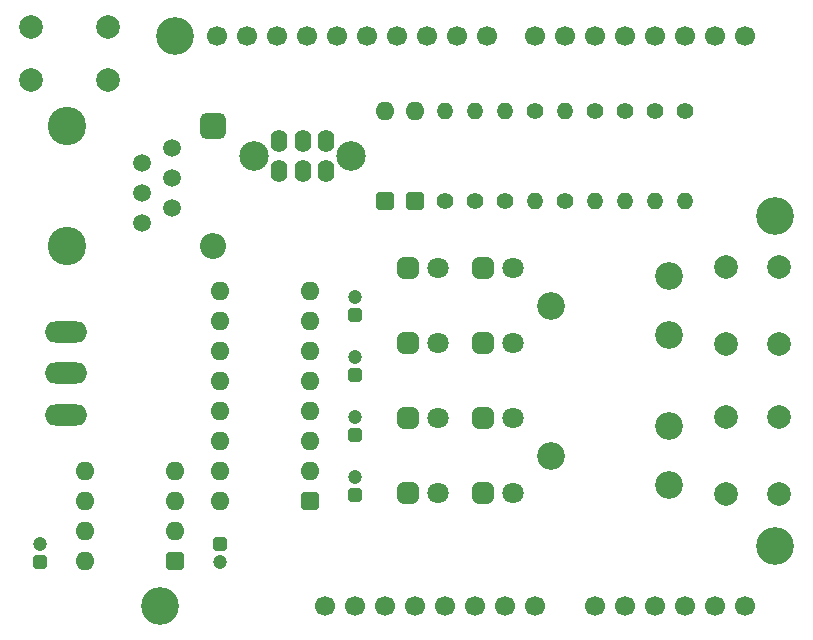
<source format=gbr>
%TF.GenerationSoftware,KiCad,Pcbnew,7.0.1*%
%TF.CreationDate,2023-12-28T10:00:38-05:00*%
%TF.ProjectId,ModbusRTU-Test-Shield,4d6f6462-7573-4525-9455-2d546573742d,0.0.2*%
%TF.SameCoordinates,PX6486dd0PY8062360*%
%TF.FileFunction,Soldermask,Top*%
%TF.FilePolarity,Negative*%
%FSLAX46Y46*%
G04 Gerber Fmt 4.6, Leading zero omitted, Abs format (unit mm)*
G04 Created by KiCad (PCBNEW 7.0.1) date 2023-12-28 10:00:38*
%MOMM*%
%LPD*%
G01*
G04 APERTURE LIST*
G04 Aperture macros list*
%AMRoundRect*
0 Rectangle with rounded corners*
0 $1 Rounding radius*
0 $2 $3 $4 $5 $6 $7 $8 $9 X,Y pos of 4 corners*
0 Add a 4 corners polygon primitive as box body*
4,1,4,$2,$3,$4,$5,$6,$7,$8,$9,$2,$3,0*
0 Add four circle primitives for the rounded corners*
1,1,$1+$1,$2,$3*
1,1,$1+$1,$4,$5*
1,1,$1+$1,$6,$7*
1,1,$1+$1,$8,$9*
0 Add four rect primitives between the rounded corners*
20,1,$1+$1,$2,$3,$4,$5,0*
20,1,$1+$1,$4,$5,$6,$7,0*
20,1,$1+$1,$6,$7,$8,$9,0*
20,1,$1+$1,$8,$9,$2,$3,0*%
G04 Aperture macros list end*
%ADD10C,2.500000*%
%ADD11O,1.400000X1.900000*%
%ADD12C,1.700000*%
%ADD13RoundRect,0.300000X-0.300000X0.300000X-0.300000X-0.300000X0.300000X-0.300000X0.300000X0.300000X0*%
%ADD14C,1.200000*%
%ADD15RoundRect,0.300000X0.300000X-0.300000X0.300000X0.300000X-0.300000X0.300000X-0.300000X-0.300000X0*%
%ADD16C,2.000000*%
%ADD17RoundRect,0.450000X-0.450000X-0.450000X0.450000X-0.450000X0.450000X0.450000X-0.450000X0.450000X0*%
%ADD18C,1.800000*%
%ADD19C,1.400000*%
%ADD20O,1.400000X1.400000*%
%ADD21RoundRect,0.400000X0.400000X0.400000X-0.400000X0.400000X-0.400000X-0.400000X0.400000X-0.400000X0*%
%ADD22O,1.600000X1.600000*%
%ADD23RoundRect,0.400000X0.400000X-0.400000X0.400000X0.400000X-0.400000X0.400000X-0.400000X-0.400000X0*%
%ADD24O,3.600000X1.800000*%
%ADD25C,3.200000*%
%ADD26C,2.340000*%
%ADD27RoundRect,0.550000X-0.550000X0.550000X-0.550000X-0.550000X0.550000X-0.550000X0.550000X0.550000X0*%
%ADD28O,2.200000X2.200000*%
%ADD29C,3.250000*%
%ADD30C,1.520000*%
G04 APERTURE END LIST*
D10*
%TO.C,SW4*%
X21935000Y40640000D03*
X30135000Y40640000D03*
D11*
X24035000Y41890000D03*
X26035000Y41890000D03*
X28035000Y41890000D03*
X24035000Y39390000D03*
X26035000Y39390000D03*
X28035000Y39390000D03*
%TD*%
D12*
%TO.C,J3*%
X27940000Y2540000D03*
X30480000Y2540000D03*
X33020000Y2540000D03*
X35560000Y2540000D03*
X38100000Y2540000D03*
X40640000Y2540000D03*
X43180000Y2540000D03*
X45720000Y2540000D03*
%TD*%
%TO.C,J4*%
X50800000Y2540000D03*
X53340000Y2540000D03*
X55880000Y2540000D03*
X58420000Y2540000D03*
X60960000Y2540000D03*
X63500000Y2540000D03*
%TD*%
%TO.C,J2*%
X41656000Y50800000D03*
X39116000Y50800000D03*
X36576000Y50800000D03*
X34036000Y50800000D03*
X31496000Y50800000D03*
X28956000Y50800000D03*
X26416000Y50800000D03*
X23876000Y50800000D03*
X21336000Y50800000D03*
X18796000Y50800000D03*
%TD*%
%TO.C,J1*%
X63500000Y50800000D03*
X60960000Y50800000D03*
X58420000Y50800000D03*
X55880000Y50800000D03*
X53340000Y50800000D03*
X50800000Y50800000D03*
X48260000Y50800000D03*
X45720000Y50800000D03*
%TD*%
D13*
%TO.C,C2*%
X19050000Y7735000D03*
D14*
X19050000Y6235000D03*
%TD*%
D15*
%TO.C,C4*%
X30480000Y11950000D03*
D14*
X30480000Y13450000D03*
%TD*%
D16*
%TO.C,SW1*%
X61885000Y11990000D03*
X61885000Y18490000D03*
X66385000Y11990000D03*
X66385000Y18490000D03*
%TD*%
%TO.C,SW2*%
X61885000Y24690000D03*
X61885000Y31190000D03*
X66385000Y24690000D03*
X66385000Y31190000D03*
%TD*%
D17*
%TO.C,D5*%
X34925000Y12065000D03*
D18*
X37465000Y12065000D03*
%TD*%
D17*
%TO.C,D6*%
X34925000Y18415000D03*
D18*
X37465000Y18415000D03*
%TD*%
D19*
%TO.C,R2*%
X55880000Y44450000D03*
D20*
X55880000Y36830000D03*
%TD*%
D21*
%TO.C,U1*%
X15240000Y6350000D03*
D22*
X15240000Y8890000D03*
X15240000Y11430000D03*
X15240000Y13970000D03*
X7620000Y13970000D03*
X7620000Y11430000D03*
X7620000Y8890000D03*
X7620000Y6350000D03*
%TD*%
D23*
%TO.C,D10*%
X33020000Y36830000D03*
D22*
X33020000Y44450000D03*
%TD*%
D24*
%TO.C,J5*%
X6000000Y25725000D03*
X6000000Y22225000D03*
X6000000Y18725000D03*
%TD*%
D19*
%TO.C,R3*%
X53340000Y44450000D03*
D20*
X53340000Y36830000D03*
%TD*%
D19*
%TO.C,R1*%
X58420000Y44450000D03*
D20*
X58420000Y36830000D03*
%TD*%
D17*
%TO.C,D3*%
X41275000Y24765000D03*
D18*
X43815000Y24765000D03*
%TD*%
D15*
%TO.C,C6*%
X30480000Y22110000D03*
D14*
X30480000Y23610000D03*
%TD*%
D25*
%TO.C,MH1*%
X15240000Y50800000D03*
%TD*%
D23*
%TO.C,D9*%
X35560000Y36830000D03*
D22*
X35560000Y44450000D03*
%TD*%
D26*
%TO.C,RV1*%
X57070000Y17740000D03*
X47070000Y15240000D03*
X57070000Y12740000D03*
%TD*%
D27*
%TO.C,D11*%
X18415000Y43180000D03*
D28*
X18415000Y33020000D03*
%TD*%
D17*
%TO.C,D2*%
X41275000Y18415000D03*
D18*
X43815000Y18415000D03*
%TD*%
D29*
%TO.C,J6*%
X6080000Y43180000D03*
X6080000Y33020000D03*
D30*
X14970000Y41270000D03*
X12430000Y40000000D03*
X14970000Y38730000D03*
X12430000Y37460000D03*
X14970000Y36190000D03*
X12430000Y34920000D03*
%TD*%
D19*
%TO.C,R4*%
X50800000Y44450000D03*
D20*
X50800000Y36830000D03*
%TD*%
D17*
%TO.C,D7*%
X34925000Y24765000D03*
D18*
X37465000Y24765000D03*
%TD*%
D17*
%TO.C,D8*%
X34925000Y31115000D03*
D18*
X37465000Y31115000D03*
%TD*%
D19*
%TO.C,R9*%
X38100000Y36830000D03*
D20*
X38100000Y44450000D03*
%TD*%
D26*
%TO.C,RV2*%
X57070000Y30440000D03*
X47070000Y27940000D03*
X57070000Y25440000D03*
%TD*%
D17*
%TO.C,D4*%
X41275000Y31115000D03*
D18*
X43815000Y31115000D03*
%TD*%
D15*
%TO.C,C5*%
X30480000Y27190000D03*
D14*
X30480000Y28690000D03*
%TD*%
D19*
%TO.C,R6*%
X45720000Y44450000D03*
D20*
X45720000Y36830000D03*
%TD*%
D19*
%TO.C,R7*%
X43180000Y36830000D03*
D20*
X43180000Y44450000D03*
%TD*%
D15*
%TO.C,C3*%
X30480000Y17030000D03*
D14*
X30480000Y18530000D03*
%TD*%
D16*
%TO.C,SW3*%
X9550000Y47050000D03*
X3050000Y47050000D03*
X9550000Y51550000D03*
X3050000Y51550000D03*
%TD*%
D21*
%TO.C,U2*%
X26670000Y11430000D03*
D22*
X26670000Y13970000D03*
X26670000Y16510000D03*
X26670000Y19050000D03*
X26670000Y21590000D03*
X26670000Y24130000D03*
X26670000Y26670000D03*
X26670000Y29210000D03*
X19050000Y29210000D03*
X19050000Y26670000D03*
X19050000Y24130000D03*
X19050000Y21590000D03*
X19050000Y19050000D03*
X19050000Y16510000D03*
X19050000Y13970000D03*
X19050000Y11430000D03*
%TD*%
D19*
%TO.C,R8*%
X40640000Y36830000D03*
D20*
X40640000Y44450000D03*
%TD*%
D17*
%TO.C,D1*%
X41275000Y12065000D03*
D18*
X43815000Y12065000D03*
%TD*%
D25*
%TO.C,MH2*%
X13970000Y2540000D03*
%TD*%
D19*
%TO.C,R5*%
X48260000Y36830000D03*
D20*
X48260000Y44450000D03*
%TD*%
D25*
%TO.C,MH3*%
X66040000Y35560000D03*
%TD*%
D15*
%TO.C,C1*%
X3810000Y6235000D03*
D14*
X3810000Y7735000D03*
%TD*%
D25*
%TO.C,MH4*%
X66040000Y7620000D03*
%TD*%
M02*

</source>
